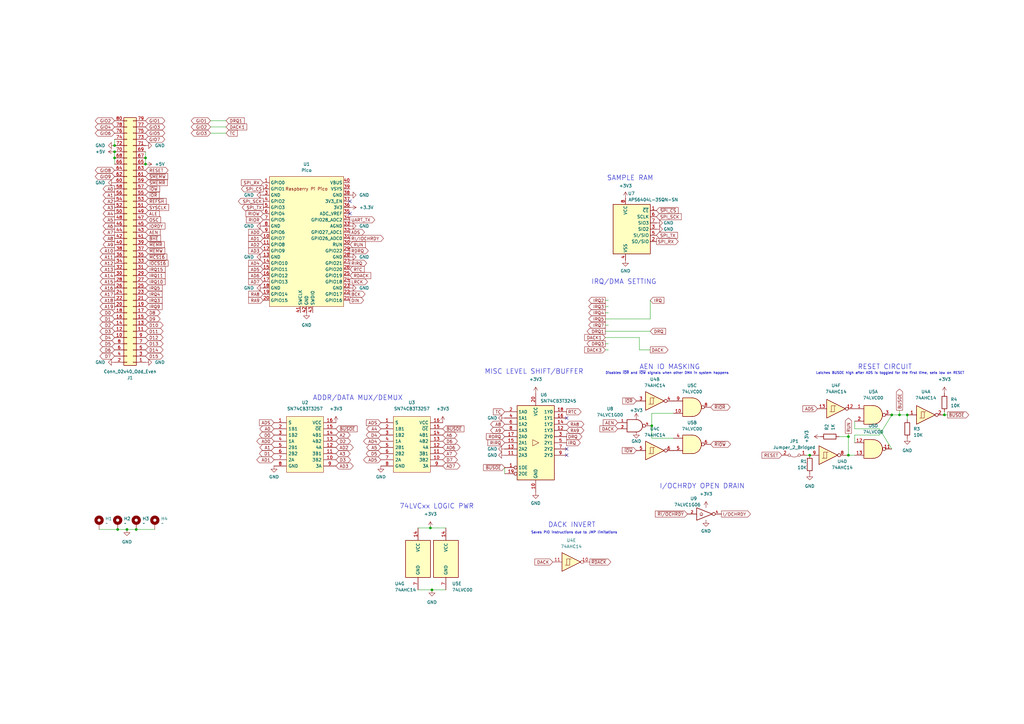
<source format=kicad_sch>
(kicad_sch (version 20231120) (generator "eeschema") (generator_version "8.0")
  (paper "A3")
  (junction (at 267.335 174.625))
  (junction (at 46.99 64.77))
  (junction (at 55.88 217.17))
  (junction (at 52.07 217.17))
  (junction (at 176.53 216.535))
  (junction (at 387.35 170.18))
  (junction (at 46.99 59.69))
  (junction (at 365.76 170.18))
  (junction (at 372.11 170.18))
  (junction (at 59.69 67.31))
  (junction (at 59.69 64.77))
  (junction (at 46.99 62.23))
  (junction (at 48.26 217.17))
  (junction (at 347.98 186.69))
  (junction (at 177.165 241.935))
  (junction (at 332.105 186.69))
  (junction (at 347.98 179.07))
  (junction (at 368.935 170.18))
  (no_connect (at 143.51 82.55))
  (no_connect (at 143.51 87.63))
  (no_connect (at 232.41 171.45))
  (no_connect (at 232.41 186.69))
  (no_connect (at 232.41 184.15))
  (wire (pts (xy 360.68 178.435) (xy 350.52 178.435)))
  (wire (pts (xy 266.7 130.81) (xy 266.7 123.19)))
  (wire (pts (xy 262.255 143.51) (xy 266.7 143.51)))
  (wire (pts (xy 52.07 217.17) (xy 55.88 217.17)))
  (wire (pts (xy 248.285 128.27) (xy 249.555 128.27)))
  (wire (pts (xy 248.285 140.97) (xy 249.555 140.97)))
  (wire (pts (xy 55.88 217.17) (xy 63.5 217.17)))
  (wire (pts (xy 248.285 130.81) (xy 266.7 130.81)))
  (wire (pts (xy 48.26 217.17) (xy 52.07 217.17)))
  (wire (pts (xy 248.285 143.51) (xy 249.555 143.51)))
  (wire (pts (xy 248.285 133.35) (xy 249.555 133.35)))
  (wire (pts (xy 46.99 57.15) (xy 46.99 59.69)))
  (wire (pts (xy 86.36 54.61) (xy 92.71 54.61)))
  (wire (pts (xy 262.255 138.43) (xy 262.255 143.51)))
  (wire (pts (xy 59.69 62.23) (xy 59.69 64.77)))
  (wire (pts (xy 248.285 138.43) (xy 262.255 138.43)))
  (wire (pts (xy 177.165 241.935) (xy 182.88 241.935)))
  (wire (pts (xy 40.64 217.17) (xy 48.26 217.17)))
  (wire (pts (xy 372.11 170.18) (xy 372.11 172.085)))
  (wire (pts (xy 86.36 52.07) (xy 92.71 52.07)))
  (wire (pts (xy 330.835 186.69) (xy 332.105 186.69)))
  (wire (pts (xy 350.52 178.435) (xy 350.52 181.61)))
  (wire (pts (xy 171.45 241.935) (xy 177.165 241.935)))
  (wire (pts (xy 372.11 170.18) (xy 372.745 170.18)))
  (wire (pts (xy 176.53 216.535) (xy 182.88 216.535)))
  (wire (pts (xy 86.36 49.53) (xy 92.71 49.53)))
  (wire (pts (xy 46.99 62.23) (xy 46.99 64.77)))
  (wire (pts (xy 344.17 179.07) (xy 347.98 179.07)))
  (wire (pts (xy 347.98 179.07) (xy 347.98 186.69)))
  (wire (pts (xy 267.335 179.705) (xy 276.225 179.705)))
  (wire (pts (xy 365.76 170.18) (xy 360.68 178.435)))
  (wire (pts (xy 248.285 135.89) (xy 266.7 135.89)))
  (wire (pts (xy 350.52 175.895) (xy 350.52 172.72)))
  (wire (pts (xy 248.285 125.73) (xy 249.555 125.73)))
  (wire (pts (xy 347.345 186.69) (xy 347.98 186.69)))
  (wire (pts (xy 267.335 174.625) (xy 267.335 179.705)))
  (wire (pts (xy 347.98 186.69) (xy 350.52 186.69)))
  (wire (pts (xy 207.01 191.77) (xy 207.01 194.31)))
  (wire (pts (xy 350.52 175.895) (xy 360.68 175.895)))
  (wire (pts (xy 347.98 177.8) (xy 347.98 179.07)))
  (wire (pts (xy 46.99 64.77) (xy 46.99 67.31)))
  (wire (pts (xy 360.68 175.895) (xy 365.76 184.15)))
  (wire (pts (xy 171.45 216.535) (xy 176.53 216.535)))
  (wire (pts (xy 248.285 123.19) (xy 249.555 123.19)))
  (wire (pts (xy 388.62 170.18) (xy 387.35 170.18)))
  (wire (pts (xy 368.935 168.275) (xy 368.935 170.18)))
  (wire (pts (xy 365.76 170.18) (xy 368.935 170.18)))
  (wire (pts (xy 276.225 169.545) (xy 267.335 169.545)))
  (wire (pts (xy 59.69 64.77) (xy 59.69 67.31)))
  (wire (pts (xy 267.335 169.545) (xy 267.335 174.625)))
  (wire (pts (xy 368.935 170.18) (xy 372.11 170.18)))
  (wire (pts (xy 387.35 168.91) (xy 387.35 170.18)))
  (text "I/OCHRDY OPEN DRAIN" (at 270.51 200.66 0) (effects (font (size 2 2)) (justify left bottom)))
  (text "Saves PIO instructions due to JMP limitations" (at 217.805 219.075 0) (effects (font (size 1 1)) (justify left bottom)))
  (text "SAMPLE RAM" (at 248.92 74.295 0) (effects (font (size 2 2)) (justify left bottom)))
  (text "ADDR/DATA MUX/DEMUX" (at 128.27 164.465 0) (effects (font (size 2 2)) (justify left bottom)))
  (text "74LVCxx LOGIC PWR" (at 163.83 208.915 0) (effects (font (size 2 2)) (justify left bottom)))
  (text "RESET CIRCUIT" (at 351.79 151.765 0) (effects (font (size 2 2)) (justify left bottom)))
  (text "AEN IO MASKING" (at 262.255 151.765 0) (effects (font (size 2 2)) (justify left bottom)))
  (text "IRQ/DMA SETTING" (at 242.57 116.84 0) (effects (font (size 2 2)) (justify left bottom)))
  (text "Disables ~{IOR} and ~{IOW} signals when other DMA in system happens" (at 248.285 153.67 0) (effects (font (size 1 1)) (justify left bottom)))
  (text "DACK INVERT" (at 224.79 216.535 0) (effects (font (size 2 2)) (justify left bottom)))
  (text "Latches BUSOE high after ADS is toggled for the first time, sets low on RESET" (at 334.645 153.67 0) (effects (font (size 1 1)) (justify left bottom)))
  (text "MISC LEVEL SHIFT/BUFFER" (at 198.755 153.67 0) (effects (font (size 2 2)) (justify left bottom)))
  (global_label "D5" (shape bidirectional) (at 156.21 186.055 180) (property "Intersheetrefs" "${INTERSHEET_REFS}" (effects (hide yes))))
  (global_label "ADS" (shape input) (at 335.28 167.64 180) (property "Intersheetrefs" "${INTERSHEET_REFS}" (effects (hide yes))))
  (global_label "~{RIOR}" (shape bidirectional) (at 291.465 167.005 0) (property "Intersheetrefs" "${INTERSHEET_REFS}" (effects (hide yes))))
  (global_label "IRQ11" (shape input) (at 59.69 113.03 0) (property "Intersheetrefs" "${INTERSHEET_REFS}" (effects (hide yes))))
  (global_label "~{IOR}" (shape input) (at 59.69 80.01 0) (property "Intersheetrefs" "${INTERSHEET_REFS}" (effects (hide yes))))
  (global_label "D7" (shape bidirectional) (at 46.99 146.05 180) (property "Intersheetrefs" "${INTERSHEET_REFS}" (effects (hide yes))))
  (global_label "D6" (shape bidirectional) (at 46.99 143.51 180) (property "Intersheetrefs" "${INTERSHEET_REFS}" (effects (hide yes))))
  (global_label "~{MEMW}" (shape input) (at 59.69 102.87 0) (property "Intersheetrefs" "${INTERSHEET_REFS}" (effects (hide yes))))
  (global_label "OSC" (shape input) (at 59.69 90.17 0) (property "Intersheetrefs" "${INTERSHEET_REFS}" (effects (hide yes))))
  (global_label "D0" (shape bidirectional) (at 46.99 128.27 180) (property "Intersheetrefs" "${INTERSHEET_REFS}" (effects (hide yes))))
  (global_label "DRQ1" (shape output) (at 248.285 135.89 180) (property "Intersheetrefs" "${INTERSHEET_REFS}" (effects (hide yes))))
  (global_label "AD7" (shape input) (at 107.95 115.57 180) (property "Intersheetrefs" "${INTERSHEET_REFS}" (effects (hide yes))))
  (global_label "RA9" (shape bidirectional) (at 232.41 176.53 0) (property "Intersheetrefs" "${INTERSHEET_REFS}" (effects (hide yes))))
  (global_label "D14" (shape bidirectional) (at 59.69 143.51 0) (property "Intersheetrefs" "${INTERSHEET_REFS}" (effects (hide yes))))
  (global_label "A14" (shape output) (at 46.99 113.03 180) (property "Intersheetrefs" "${INTERSHEET_REFS}" (effects (hide yes))))
  (global_label "~{BUSOE}" (shape input) (at 181.61 175.895 0) (property "Intersheetrefs" "${INTERSHEET_REFS}" (effects (hide yes))))
  (global_label "DRQ" (shape output) (at 232.41 179.07 0) (property "Intersheetrefs" "${INTERSHEET_REFS}" (effects (hide yes))))
  (global_label "D4" (shape bidirectional) (at 156.21 178.435 180) (property "Intersheetrefs" "${INTERSHEET_REFS}" (effects (hide yes))))
  (global_label "A0" (shape bidirectional) (at 112.395 175.895 180) (property "Intersheetrefs" "${INTERSHEET_REFS}" (effects (hide yes))))
  (global_label "TC" (shape input) (at 92.71 54.61 0) (property "Intersheetrefs" "${INTERSHEET_REFS}" (effects (hide yes))))
  (global_label "A7" (shape bidirectional) (at 181.61 186.055 0) (property "Intersheetrefs" "${INTERSHEET_REFS}" (effects (hide yes))))
  (global_label "~{IOR}" (shape input) (at 260.985 164.465 180) (property "Intersheetrefs" "${INTERSHEET_REFS}" (effects (hide yes))))
  (global_label "DACK1" (shape input) (at 92.71 52.07 0) (property "Intersheetrefs" "${INTERSHEET_REFS}" (effects (hide yes))))
  (global_label "A10" (shape output) (at 46.99 102.87 180) (property "Intersheetrefs" "${INTERSHEET_REFS}" (effects (hide yes))))
  (global_label "RDACK" (shape input) (at 143.51 113.03 0) (property "Intersheetrefs" "${INTERSHEET_REFS}" (effects (hide yes))))
  (global_label "~{BHE}" (shape input) (at 59.69 97.79 0) (property "Intersheetrefs" "${INTERSHEET_REFS}" (effects (hide yes))))
  (global_label "A0" (shape output) (at 46.99 77.47 180) (property "Intersheetrefs" "${INTERSHEET_REFS}" (effects (hide yes))))
  (global_label "D9" (shape bidirectional) (at 59.69 130.81 0) (property "Intersheetrefs" "${INTERSHEET_REFS}" (effects (hide yes))))
  (global_label "D2" (shape bidirectional) (at 137.795 180.975 0) (property "Intersheetrefs" "${INTERSHEET_REFS}" (effects (hide yes))))
  (global_label "DRQ1" (shape input) (at 92.71 49.53 0) (property "Intersheetrefs" "${INTERSHEET_REFS}" (effects (hide yes))))
  (global_label "DACK3" (shape input) (at 248.285 143.51 180) (property "Intersheetrefs" "${INTERSHEET_REFS}" (effects (hide yes))))
  (global_label "DACK1" (shape input) (at 248.285 138.43 180) (property "Intersheetrefs" "${INTERSHEET_REFS}" (effects (hide yes))))
  (global_label "GIO2" (shape bidirectional) (at 86.36 52.07 180) (property "Intersheetrefs" "${INTERSHEET_REFS}" (effects (hide yes))))
  (global_label "~{SPI_CS}" (shape input) (at 269.24 86.36 0) (property "Intersheetrefs" "${INTERSHEET_REFS}" (effects (hide yes))))
  (global_label "ADS" (shape output) (at 143.51 95.25 0) (property "Intersheetrefs" "${INTERSHEET_REFS}" (effects (hide yes))))
  (global_label "RIRQ" (shape input) (at 207.01 181.61 180) (property "Intersheetrefs" "${INTERSHEET_REFS}" (effects (hide yes))))
  (global_label "AD0" (shape input) (at 107.95 95.25 180) (property "Intersheetrefs" "${INTERSHEET_REFS}" (effects (hide yes))))
  (global_label "A2" (shape bidirectional) (at 137.795 178.435 0) (property "Intersheetrefs" "${INTERSHEET_REFS}" (effects (hide yes))))
  (global_label "D6" (shape bidirectional) (at 181.61 180.975 0) (property "Intersheetrefs" "${INTERSHEET_REFS}" (effects (hide yes))))
  (global_label "RTC" (shape output) (at 232.41 168.91 0) (property "Intersheetrefs" "${INTERSHEET_REFS}" (effects (hide yes))))
  (global_label "D3" (shape bidirectional) (at 137.795 188.595 0) (property "Intersheetrefs" "${INTERSHEET_REFS}" (effects (hide yes))))
  (global_label "SPI_CS" (shape output) (at 107.95 77.47 180) (property "Intersheetrefs" "${INTERSHEET_REFS}" (effects (hide yes))))
  (global_label "GIO3" (shape bidirectional) (at 86.36 54.61 180) (property "Intersheetrefs" "${INTERSHEET_REFS}" (effects (hide yes))))
  (global_label "AD1" (shape bidirectional) (at 112.395 188.595 180) (property "Intersheetrefs" "${INTERSHEET_REFS}" (effects (hide yes))))
  (global_label "A9" (shape bidirectional) (at 207.01 176.53 180) (property "Intersheetrefs" "${INTERSHEET_REFS}" (effects (hide yes))))
  (global_label "A8" (shape output) (at 46.99 97.79 180) (property "Intersheetrefs" "${INTERSHEET_REFS}" (effects (hide yes))))
  (global_label "AD3" (shape input) (at 107.95 102.87 180) (property "Intersheetrefs" "${INTERSHEET_REFS}" (effects (hide yes))))
  (global_label "~{MEMR}" (shape input) (at 59.69 100.33 0) (property "Intersheetrefs" "${INTERSHEET_REFS}" (effects (hide yes))))
  (global_label "SYSCLK" (shape input) (at 59.69 85.09 0) (property "Intersheetrefs" "${INTERSHEET_REFS}" (effects (hide yes))))
  (global_label "A6" (shape bidirectional) (at 181.61 178.435 0) (property "Intersheetrefs" "${INTERSHEET_REFS}" (effects (hide yes))))
  (global_label "A3" (shape output) (at 46.99 85.09 180) (property "Intersheetrefs" "${INTERSHEET_REFS}" (effects (hide yes))))
  (global_label "ADS" (shape input) (at 112.395 173.355 180) (property "Intersheetrefs" "${INTERSHEET_REFS}" (effects (hide yes))))
  (global_label "RA9" (shape input) (at 107.95 123.19 180) (property "Intersheetrefs" "${INTERSHEET_REFS}" (effects (hide yes))))
  (global_label "IRQ5" (shape output) (at 248.285 130.81 180) (property "Intersheetrefs" "${INTERSHEET_REFS}" (effects (hide yes))))
  (global_label "SPI_TX" (shape output) (at 107.95 85.09 180) (property "Intersheetrefs" "${INTERSHEET_REFS}" (effects (hide yes))))
  (global_label "AD6" (shape bidirectional) (at 181.61 183.515 0) (property "Intersheetrefs" "${INTERSHEET_REFS}" (effects (hide yes))))
  (global_label "UART_TX" (shape output) (at 143.51 90.17 0) (property "Intersheetrefs" "${INTERSHEET_REFS}" (effects (hide yes))))
  (global_label "A15" (shape output) (at 46.99 115.57 180) (property "Intersheetrefs" "${INTERSHEET_REFS}" (effects (hide yes))))
  (global_label "DRQ" (shape input) (at 266.7 135.89 0) (property "Intersheetrefs" "${INTERSHEET_REFS}" (effects (hide yes))))
  (global_label "IRQ3" (shape output) (at 248.285 125.73 180) (property "Intersheetrefs" "${INTERSHEET_REFS}" (effects (hide yes))))
  (global_label "IRQ4" (shape output) (at 248.285 128.27 180) (property "Intersheetrefs" "${INTERSHEET_REFS}" (effects (hide yes))))
  (global_label "A4" (shape bidirectional) (at 156.21 175.895 180) (property "Intersheetrefs" "${INTERSHEET_REFS}" (effects (hide yes))))
  (global_label "RI{slash}IOCHRDY" (shape output) (at 143.51 97.79 0) (property "Intersheetrefs" "${INTERSHEET_REFS}" (effects (hide yes))))
  (global_label "A1" (shape bidirectional) (at 112.395 183.515 180) (property "Intersheetrefs" "${INTERSHEET_REFS}" (effects (hide yes))))
  (global_label "A18" (shape output) (at 46.99 123.19 180) (property "Intersheetrefs" "${INTERSHEET_REFS}" (effects (hide yes))))
  (global_label "D12" (shape bidirectional) (at 59.69 138.43 0) (property "Intersheetrefs" "${INTERSHEET_REFS}" (effects (hide yes))))
  (global_label "RA8" (shape bidirectional) (at 232.41 173.99 0) (property "Intersheetrefs" "${INTERSHEET_REFS}" (effects (hide yes))))
  (global_label "AD2" (shape bidirectional) (at 137.795 183.515 0) (property "Intersheetrefs" "${INTERSHEET_REFS}" (effects (hide yes))))
  (global_label "GIO4" (shape bidirectional) (at 46.99 52.07 180) (property "Intersheetrefs" "${INTERSHEET_REFS}" (effects (hide yes))))
  (global_label "I{slash}OCHRDY" (shape output) (at 295.91 210.82 0) (property "Intersheetrefs" "${INTERSHEET_REFS}" (effects (hide yes))))
  (global_label "RESET" (shape input) (at 320.675 186.69 180) (property "Intersheetrefs" "${INTERSHEET_REFS}" (effects (hide yes))))
  (global_label "GIO7" (shape bidirectional) (at 59.69 57.15 0) (property "Intersheetrefs" "${INTERSHEET_REFS}" (effects (hide yes))))
  (global_label "A3" (shape bidirectional) (at 137.795 186.055 0) (property "Intersheetrefs" "${INTERSHEET_REFS}" (effects (hide yes))))
  (global_label "SPI_TX" (shape input) (at 269.24 96.52 0) (property "Intersheetrefs" "${INTERSHEET_REFS}" (effects (hide yes))))
  (global_label "A7" (shape output) (at 46.99 95.25 180) (property "Intersheetrefs" "${INTERSHEET_REFS}" (effects (hide yes))))
  (global_label "A13" (shape output) (at 46.99 110.49 180) (property "Intersheetrefs" "${INTERSHEET_REFS}" (effects (hide yes))))
  (global_label "GIO9" (shape bidirectional) (at 46.99 72.39 180) (property "Intersheetrefs" "${INTERSHEET_REFS}" (effects (hide yes))))
  (global_label "A8" (shape bidirectional) (at 207.01 173.99 180) (property "Intersheetrefs" "${INTERSHEET_REFS}" (effects (hide yes))))
  (global_label "BUSOE" (shape output) (at 368.935 168.275 90) (property "Intersheetrefs" "${INTERSHEET_REFS}" (effects (hide yes))))
  (global_label "D10" (shape bidirectional) (at 59.69 133.35 0) (property "Intersheetrefs" "${INTERSHEET_REFS}" (effects (hide yes))))
  (global_label "IRQ4" (shape input) (at 59.69 120.65 0) (property "Intersheetrefs" "${INTERSHEET_REFS}" (effects (hide yes))))
  (global_label "RESET" (shape bidirectional) (at 59.69 69.85 0) (property "Intersheetrefs" "${INTERSHEET_REFS}" (effects (hide yes))))
  (global_label "AD6" (shape input) (at 107.95 113.03 180) (property "Intersheetrefs" "${INTERSHEET_REFS}" (effects (hide yes))))
  (global_label "D1" (shape bidirectional) (at 46.99 130.81 180) (property "Intersheetrefs" "${INTERSHEET_REFS}" (effects (hide yes))))
  (global_label "IRQ3" (shape input) (at 59.69 123.19 0) (property "Intersheetrefs" "${INTERSHEET_REFS}" (effects (hide yes))))
  (global_label "D11" (shape bidirectional) (at 59.69 135.89 0) (property "Intersheetrefs" "${INTERSHEET_REFS}" (effects (hide yes))))
  (global_label "D1" (shape bidirectional) (at 112.395 186.055 180) (property "Intersheetrefs" "${INTERSHEET_REFS}" (effects (hide yes))))
  (global_label "RIOR" (shape input) (at 107.95 90.17 180) (property "Intersheetrefs" "${INTERSHEET_REFS}" (effects (hide yes))))
  (global_label "RDRQ" (shape input) (at 207.01 179.07 180) (property "Intersheetrefs" "${INTERSHEET_REFS}" (effects (hide yes))))
  (global_label "IRQ10" (shape input) (at 59.69 115.57 0) (property "Intersheetrefs" "${INTERSHEET_REFS}" (effects (hide yes))))
  (global_label "D8" (shape bidirectional) (at 59.69 128.27 0) (property "Intersheetrefs" "${INTERSHEET_REFS}" (effects (hide yes))))
  (global_label "AD3" (shape bidirectional) (at 137.795 191.135 0) (property "Intersheetrefs" "${INTERSHEET_REFS}" (effects (hide yes))))
  (global_label "AD2" (shape input) (at 107.95 100.33 180) (property "Intersheetrefs" "${INTERSHEET_REFS}" (effects (hide yes))))
  (global_label "IRQ" (shape input) (at 266.7 123.19 0) (property "Intersheetrefs" "${INTERSHEET_REFS}" (effects (hide yes))))
  (global_label "ALE" (shape input) (at 59.69 87.63 0) (property "Intersheetrefs" "${INTERSHEET_REFS}" (effects (hide yes))))
  (global_label "AEN" (shape input) (at 59.69 95.25 0) (property "Intersheetrefs" "${INTERSHEET_REFS}" (effects (hide yes))))
  (global_label "RUN" (shape input) (at 143.51 100.33 0) (property "Intersheetrefs" "${INTERSHEET_REFS}" (effects (hide yes))))
  (global_label "LRCK" (shape output) (at 143.51 115.57 0) (property "Intersheetrefs" "${INTERSHEET_REFS}" (effects (hide yes))))
  (global_label "A5" (shape bidirectional) (at 156.21 183.515 180) (property "Intersheetrefs" "${INTERSHEET_REFS}" (effects (hide yes))))
  (global_label "~{BUSOE}" (shape output) (at 388.62 170.18 0) (property "Intersheetrefs" "${INTERSHEET_REFS}" (effects (hide yes))))
  (global_label "RA8" (shape input) (at 107.95 120.65 180) (property "Intersheetrefs" "${INTERSHEET_REFS}" (effects (hide yes))))
  (global_label "SPI_SCK" (shape input) (at 269.24 88.9 0) (property "Intersheetrefs" "${INTERSHEET_REFS}" (effects (hide yes))))
  (global_label "RUN" (shape output) (at 347.98 177.8 90) (property "Intersheetrefs" "${INTERSHEET_REFS}" (effects (hide yes))))
  (global_label "AD5" (shape bidirectional) (at 156.21 188.595 180) (property "Intersheetrefs" "${INTERSHEET_REFS}" (effects (hide yes))))
  (global_label "RIOW" (shape input) (at 107.95 87.63 180) (property "Intersheetrefs" "${INTERSHEET_REFS}" (effects (hide yes))))
  (global_label "DACK" (shape input) (at 253.365 175.895 180) (property "Intersheetrefs" "${INTERSHEET_REFS}" (effects (hide yes))))
  (global_label "IRQ15" (shape input) (at 59.69 110.49 0) (property "Intersheetrefs" "${INTERSHEET_REFS}" (effects (hide yes))))
  (global_label "A9" (shape output) (at 46.99 100.33 180) (property "Intersheetrefs" "${INTERSHEET_REFS}" (effects (hide yes))))
  (global_label "AD0" (shape bidirectional) (at 112.395 180.975 180) (property "Intersheetrefs" "${INTERSHEET_REFS}" (effects (hide yes))))
  (global_label "~{IOW}" (shape input) (at 59.69 77.47 0) (property "Intersheetrefs" "${INTERSHEET_REFS}" (effects (hide yes))))
  (global_label "A12" (shape output) (at 46.99 107.95 180) (property "Intersheetrefs" "${INTERSHEET_REFS}" (effects (hide yes))))
  (global_label "D15" (shape bidirectional) (at 59.69 146.05 0) (property "Intersheetrefs" "${INTERSHEET_REFS}" (effects (hide yes))))
  (global_label "GIO6" (shape bidirectional) (at 46.99 54.61 180) (property "Intersheetrefs" "${INTERSHEET_REFS}" (effects (hide yes))))
  (global_label "SPI_RX" (shape input) (at 107.95 74.93 180) (property "Intersheetrefs" "${INTERSHEET_REFS}" (effects (hide yes))))
  (global_label "~{BUSOE}" (shape input) (at 137.795 175.895 0) (property "Intersheetrefs" "${INTERSHEET_REFS}" (effects (hide yes))))
  (global_label "A17" (shape output) (at 46.99 120.65 180) (property "Intersheetrefs" "${INTERSHEET_REFS}" (effects (hide yes))))
  (global_label "~{IOW}" (shape input) (at 260.985 184.785 180) (property "Intersheetrefs" "${INTERSHEET_REFS}" (effects (hide yes))))
  (global_label "D5" (shape bidirectional) (at 46.99 140.97 180) (property "Intersheetrefs" "${INTERSHEET_REFS}" (effects (hide yes))))
  (global_label "SPI_RX" (shape output) (at 269.24 99.06 0) (property "Intersheetrefs" "${INTERSHEET_REFS}" (effects (hide yes))))
  (global_label "A1" (shape output) (at 46.99 80.01 180) (property "Intersheetrefs" "${INTERSHEET_REFS}" (effects (hide yes))))
  (global_label "DACK" (shape input) (at 226.695 230.505 180) (property "Intersheetrefs" "${INTERSHEET_REFS}" (effects (hide yes))))
  (global_label "DIN" (shape output) (at 143.51 123.19 0) (property "Intersheetrefs" "${INTERSHEET_REFS}" (effects (hide yes))))
  (global_label "A2" (shape output) (at 46.99 82.55 180) (property "Intersheetrefs" "${INTERSHEET_REFS}" (effects (hide yes))))
  (global_label "D2" (shape bidirectional) (at 46.99 133.35 180) (property "Intersheetrefs" "${INTERSHEET_REFS}" (effects (hide yes))))
  (global_label "A11" (shape output) (at 46.99 105.41 180) (property "Intersheetrefs" "${INTERSHEET_REFS}" (effects (hide yes))))
  (global_label "AD1" (shape input) (at 107.95 97.79 180) (property "Intersheetrefs" "${INTERSHEET_REFS}" (effects (hide yes))))
  (global_label "~{REFSH}" (shape input) (at 59.69 82.55 0) (property "Intersheetrefs" "${INTERSHEET_REFS}" (effects (hide yes))))
  (global_label "IRQ7" (shape output) (at 248.285 133.35 180) (property "Intersheetrefs" "${INTERSHEET_REFS}" (effects (hide yes))))
  (global_label "D4" (shape bidirectional) (at 46.99 138.43 180) (property "Intersheetrefs" "${INTERSHEET_REFS}" (effects (hide yes))))
  (global_label "AD4" (shape input) (at 107.95 107.95 180) (property "Intersheetrefs" "${INTERSHEET_REFS}" (effects (hide yes))))
  (global_label "AD7" (shape bidirectional) (at 181.61 191.135 0) (property "Intersheetrefs" "${INTERSHEET_REFS}" (effects (hide yes))))
  (global_label "GIO1" (shape bidirectional) (at 59.69 49.53 0) (property "Intersheetrefs" "${INTERSHEET_REFS}" (effects (hide yes))))
  (global_label "D3" (shape bidirectional) (at 46.99 135.89 180) (property "Intersheetrefs" "${INTERSHEET_REFS}" (effects (hide yes))))
  (global_label "AD4" (shape bidirectional) (at 156.21 180.975 180) (property "Intersheetrefs" "${INTERSHEET_REFS}" (effects (hide yes))))
  (global_label "A16" (shape output) (at 46.99 118.11 180) (property "Intersheetrefs" "${INTERSHEET_REFS}" (effects (hide yes))))
  (global_label "RDRQ" (shape output) (at 143.51 102.87 0) (property "Intersheetrefs" "${INTERSHEET_REFS}" (effects (hide yes))))
  (global_label "D13" (shape bidirectional) (at 59.69 140.97 0) (property "Intersheetrefs" "${INTERSHEET_REFS}" (effects (hide yes))))
  (global_label "DACK" (shape output) (at 266.7 143.51 0) (property "Intersheetrefs" "${INTERSHEET_REFS}" (effects (hide yes))))
  (global_label "~{RDACK}" (shape output) (at 241.935 230.505 0) (property "Intersheetrefs" "${INTERSHEET_REFS}" (effects (hide yes))))
  (global_label "~{MCS16}" (shape input) (at 59.69 105.41 0) (property "Intersheetrefs" "${INTERSHEET_REFS}" (effects (hide yes))))
  (global_label "IRQ" (shape output) (at 232.41 181.61 0) (property "Intersheetrefs" "${INTERSHEET_REFS}" (effects (hide yes))))
  (global_label "AEN" (shape input) (at 253.365 173.355 180) (property "Intersheetrefs" "${INTERSHEET_REFS}" (effects (hide yes))))
  (global_label "~{SMEMW}" (shape input) (at 59.69 72.39 0) (property "Intersheetrefs" "${INTERSHEET_REFS}" (effects (hide yes))))
  (global_label "A5" (shape output) (at 46.99 90.17 180) (property "Intersheetrefs" "${INTERSHEET_REFS}" (effects (hide yes))))
  (global_label "GIO3" (shape bidirectional) (at 59.69 52.07 0) (property "Intersheetrefs" "${INTERSHEET_REFS}" (effects (hide yes))))
  (global_label "GIO1" (shape bidirectional) (at 86.36 49.53 180) (property "Intersheetrefs" "${INTERSHEET_REFS}" (effects (hide yes))))
  (global_label "RIRQ" (shape output) (at 143.51 107.95 0) (property "Intersheetrefs" "${INTERSHEET_REFS}" (effects (hide yes))))
  (global_label "~{BUSOE}" (shape input) (at 207.01 191.77 180) (property "Intersheetrefs" "${INTERSHEET_REFS}" (effects (hide yes))))
  (global_label "AD5" (shape input) (at 107.95 110.49 180) (property "Intersheetrefs" "${INTERSHEET_REFS}" (effects (hide yes))))
  (global_label "IRQ5" (shape input) (at 59.69 118.11 0) (property "Intersheetrefs" "${INTERSHEET_REFS}" (effects (hide yes))))
  (global_label "D0" (shape bidirectional) (at 112.395 178.435 180) (property "Intersheetrefs" "${INTERSHEET_REFS}" (effects (hide yes))))
  (global_label "SPI_SCK" (shape output) (at 107.95 82.55 180) (property "Intersheetrefs" "${INTERSHEET_REFS}" (effects (hide yes))))
  (global_label "~{IOCS16}" (shape input) (at 59.69 107.95 0) (property "Intersheetrefs" "${INTERSHEET_REFS}" (effects (hide yes))))
  (global_label "IRQ9" (shape input) (at 59.69 125.73 0) (property "Intersheetrefs" "${INTERSHEET_REFS}" (effects (hide yes))))
  (global_label "BCK" (shape output) (at 143.51 120.65 0) (property "Intersheetrefs" "${INTERSHEET_REFS}" (effects (hide yes))))
  (global_label "GIO5" (shape bidirectional) (at 59.69 54.61 0) (property "Intersheetrefs" "${INTERSHEET_REFS}" (effects (hide yes))))
  (global_label "GIO2" (shape bidirectional) (at 46.99 49.53 180) (property "Intersheetrefs" "${INTERSHEET_REFS}" (effects (hide yes))))
  (global_label "TC" (shape input) (at 207.01 168.91 180) (property "Intersheetrefs" "${INTERSHEET_REFS}" (effects (hide yes))))
  (global_label "IRQ2" (shape output) (at 248.285 123.19 180) (property "Intersheetrefs" "${INTERSHEET_REFS}" (effects (hide yes))))
  (global_label "~{RI{slash}OCHRDY}" (shape input) (at 281.94 210.82 180) (property "Intersheetrefs" "${INTERSHEET_REFS}" (effects (hide yes))))
  (global_label "DRQ3" (shape output) (at 248.285 140.97 180) (property "Intersheetrefs" "${INTERSHEET_REFS}" (effects (hide yes))))
  (global_label "A19" (shape output) (at 46.99 125.73 180) (property "Intersheetrefs" "${INTERSHEET_REFS}" (effects (hide yes))))
  (global_label "A6" (shape output) (at 46.99 92.71 180) (property "Intersheetrefs" "${INTERSHEET_REFS}" (effects (hide yes))))
  (global_label "~{SMEMR}" (shape input) (at 59.69 74.93 0) (property "Intersheetrefs" "${INTERSHEET_REFS}" (effects (hide yes))))
  (global_label "A4" (shape output) (at 46.99 87.63 180) (property "Intersheetrefs" "${INTERSHEET_REFS}" (effects (hide yes))))
  (global_label "D7" (shape bidirectional) (at 181.61 188.595 0) (property "Intersheetrefs" "${INTERSHEET_REFS}" (effects (hide yes))))
  (global_label "~{RIOW}" (shape bidirectional) (at 291.465 182.245 0) (property "Intersheetrefs" "${INTERSHEET_REFS}" (effects (hide yes))))
  (global_label "ADS" (shape input) (at 156.21 173.355 180) (property "Intersheetrefs" "${INTERSHEET_REFS}" (effects (hide yes))))
  (global_label "RTC" (shape input) (at 143.51 110.49 0) (property "Intersheetrefs" "${INTERSHEET_REFS}" (effects (hide yes))))
  (global_label "GIO8" (shape bidirectional) (at 46.99 69.85 180) (property "Intersheetrefs" "${INTERSHEET_REFS}" (effects (hide yes))))
  (global_label "IORDY" (shape input) (at 59.69 92.71 0) (property "Intersheetrefs" "${INTERSHEET_REFS}" (effects (hide yes))))
  (symbol (lib_id "74xx:74LS00") (at 182.88 229.235 0) (unit 5)
    (property "Reference" "U5" (at 185.42 239.395 0) (effects (justify left)))
    (property "Value" "74LVC00" (at 185.42 241.935 0) (effects (justify left)))
    (property "Footprint" "Package_SO:TSSOP-14_4.4x5mm_P0.65mm" (effects (hide yes)))
    (property "Datasheet" "http://www.ti.com/lit/gpn/sn74lvc00a" (effects (hide yes)))
  )
  (symbol (lib_id "74xx:74LS14") (at 342.9 167.64 0) (unit 6)
    (property "Reference" "U4" (at 342.9 158.115 0))
    (property "Value" "74AHC14" (at 342.9 160.655 0))
    (property "Footprint" "Package_SO:TSSOP-14_4.4x5mm_P0.65mm" (effects (hide yes)))
    (property "Datasheet" "https://www.ti.com/product/SN74AHC14" (effects (hide yes)))
  )
  (symbol (lib_id "power:GND") (at 269.24 93.98 90) (unit 1)
    (property "Reference" "#PWR018" (effects (hide yes)))
    (property "Value" "GND" (at 276.225 93.98 90) (effects (justify left)))
  )
  (symbol (lib_id "power:GND") (at 107.95 105.41 270) (unit 1)
    (property "Reference" "#PWR034" (effects (hide yes)))
    (property "Value" "GND" (at 104.14 105.4099 90) (effects (justify right)))
    (property "Description" "Power symbol creates a global label with name \"GND\" , ground" (effects (hide yes)))
  )
  (symbol (lib_id "power:+3.3V") (at 289.56 208.28 0) (unit 1)
    (property "Reference" "#PWR019" (effects (hide yes)))
    (property "Value" "+3V3" (at 289.56 202.565 0))
  )
  (symbol (lib_id "power:GND") (at 125.73 128.27 0) (unit 1)
    (property "Reference" "#PWR036" (effects (hide yes)))
    (property "Value" "GND" (at 125.73 133.35 0))
    (property "Description" "Power symbol creates a global label with name \"GND\" , ground" (effects (hide yes)))
  )
  (symbol (lib_id "74xx:74LS14") (at 379.73 170.18 0) (unit 1)
    (property "Reference" "U4" (at 379.73 160.655 0))
    (property "Value" "74AHC14" (at 379.73 163.195 0))
    (property "Footprint" "Package_SO:TSSOP-14_4.4x5mm_P0.65mm" (effects (hide yes)))
    (property "Datasheet" "https://www.ti.com/product/SN74AHC14" (effects (hide yes)))
  )
  (symbol (lib_id "74xx:74LS14") (at 339.725 186.69 0) (unit 4)
    (property "Reference" "U4" (at 345.44 189.23 0))
    (property "Value" "74AHC14" (at 345.44 191.77 0))
    (property "Footprint" "Package_SO:TSSOP-14_4.4x5mm_P0.65mm" (effects (hide yes)))
    (property "Datasheet" "https://www.ti.com/product/SN74AHC14" (effects (hide yes)))
  )
  (symbol (lib_id "power:GND") (at 107.95 92.71 270) (unit 1)
    (property "Reference" "#PWR033" (effects (hide yes)))
    (property "Value" "GND" (at 104.14 92.7099 90) (effects (justify right)))
    (property "Description" "Power symbol creates a global label with name \"GND\" , ground" (effects (hide yes)))
  )
  (symbol (lib_id "Memory_RAM:ESP-PSRAM32") (at 259.08 93.98 0) (unit 1)
    (property "Reference" "U7" (at 260.35 79.375 0) (effects (justify right)))
    (property "Value" "APS6404L-3SQN-SN" (at 278.13 81.915 0) (effects (justify right)))
    (property "Footprint" "Package_SO:SOIC-8_3.9x4.9mm_P1.27mm" (effects (hide yes)))
    (property "Datasheet" "https://www.espressif.com/sites/default/files/documentation/esp-psram32_datasheet_en.pdf" (effects (hide yes)))
  )
  (symbol (lib_id "power:GND") (at 107.95 118.11 270) (unit 1)
    (property "Reference" "#PWR035" (effects (hide yes)))
    (property "Value" "GND" (at 104.14 118.1099 90) (effects (justify right)))
    (property "Description" "Power symbol creates a global label with name \"GND\" , ground" (effects (hide yes)))
  )
  (symbol (lib_id "Mechanical:MountingHole_Pad") (at 63.5 214.63 0) (unit 1)
    (property "Reference" "H4" (at 66.04 212.7249 0) (effects (justify left)))
    (property "Value" "~" (at 66.04 214.63 0) (effects (justify left)))
    (property "Footprint" "MountingHole:MountingHole_2.2mm_M2_Pad" (effects (hide yes)))
    (property "Description" "Mounting Hole with connection" (effects (hide yes)))
  )
  (symbol (lib_id "power:GND") (at 107.95 80.01 270) (unit 1)
    (property "Reference" "#PWR032" (effects (hide yes)))
    (property "Value" "GND" (at 104.14 80.0099 90) (effects (justify right)))
    (property "Description" "Power symbol creates a global label with name \"GND\" , ground" (effects (hide yes)))
  )
  (symbol (lib_id "power:GND") (at 219.71 201.93 0) (unit 1)
    (property "Reference" "#PWR012" (effects (hide yes)))
    (property "Value" "GND" (at 219.71 206.375 0))
  )
  (symbol (lib_id "Mechanical:MountingHole_Pad") (at 55.88 214.63 0) (unit 1)
    (property "Reference" "H3" (at 58.42 212.7249 0) (effects (justify left)))
    (property "Value" "~" (at 58.42 214.63 0) (effects (justify left)))
    (property "Footprint" "MountingHole:MountingHole_2.2mm_M2_Pad" (effects (hide yes)))
    (property "Description" "Mounting Hole with connection" (effects (hide yes)))
  )
  (symbol (lib_id "74xx:74LS00") (at 283.845 182.245 0) (unit 2)
    (property "Reference" "U5" (at 283.845 173.355 0))
    (property "Value" "74LVC00" (at 283.845 175.895 0))
    (property "Footprint" "Package_SO:TSSOP-14_4.4x5mm_P0.65mm" (effects (hide yes)))
    (property "Datasheet" "http://www.ti.com/lit/gpn/sn74lvc00a" (effects (hide yes)))
  )
  (symbol (lib_id "power:+3.3V") (at 260.985 172.085 0) (unit 1)
    (property "Reference" "#PWR015" (effects (hide yes)))
    (property "Value" "+3V3" (at 260.985 168.275 0))
  )
  (symbol (lib_id "PiGUS library:Pico") (at 125.73 99.06 0) (unit 1)
    (property "Reference" "U1" (at 125.73 67.31 0))
    (property "Value" "Pico" (at 125.73 69.85 0))
    (property "Footprint" "PiGUS library:RPi_Pico_SMD_TH" (effects (hide yes)))
  )
  (symbol (lib_id "74xx:74LS00") (at 358.14 184.15 0) (unit 4)
    (property "Reference" "U5" (at 358.14 174.625 0))
    (property "Value" "74LVC00" (at 358.14 177.165 0))
    (property "Footprint" "Package_SO:TSSOP-14_4.4x5mm_P0.65mm" (effects (hide yes)))
    (property "Datasheet" "http://www.ti.com/lit/gpn/sn74lvc00a" (effects (hide yes)))
  )
  (symbol (lib_name "74FST3257DR2G_1") (lib_id "PiGUS library:74FST3257DR2G") (at 112.395 173.355 0) (unit 1)
    (property "Reference" "U2" (at 125.095 165.1 0))
    (property "Value" "SN74CB3T3257" (at 125.095 167.64 0))
    (property "Footprint" "Package_SO:TSSOP-16_4.4x5mm_P0.65mm" (effects (hide yes)))
    (property "Datasheet" "https://componentsearchengine.com/Datasheets/2/74FST3257DR2G.pdf" (effects (hide yes)))
    (property "Description" "74FST3257DR2G, LOG QUAD 2:1 MULTIPLEXER ON Semiconductor 74FST3257DR2G, Multiplexer Switch IC Quad 2:1 Demultiplexer, 4  5.5 V, 16-Pin SOIC" (effects (hide yes)))
    (property "Height" "1.75" (effects (hide yes)))
    (property "Manufacturer_Name" "onsemi" (effects (hide yes)))
    (property "Manufacturer_Part_Number" "74FST3257DR2G" (effects (hide yes)))
    (property "Mouser Part Number" "863-74FST3257DR2G" (effects (hide yes)))
    (property "Mouser Price/Stock" "https://www.mouser.co.uk/ProductDetail/onsemi/74FST3257DR2G?qs=OSf9jACorvaK4JqsHVrhPw%3D%3D" (effects (hide yes)))
    (property "Arrow Part Number" "74FST3257DR2G" (effects (hide yes)))
    (property "Arrow Price/Stock" "https://www.arrow.com/en/products/74fst3257dr2g/on-semiconductor?region=nac" (effects (hide yes)))
  )
  (symbol (lib_id "power:GND") (at 143.51 118.11 90) (unit 1)
    (property "Reference" "#PWR037" (effects (hide yes)))
    (property "Value" "GND" (at 147.32 118.1099 90) (effects (justify right)))
    (property "Description" "Power symbol creates a global label with name \"GND\" , ground" (effects (hide yes)))
  )
  (symbol (lib_id "power:GND") (at 207.01 186.69 270) (unit 1)
    (property "Reference" "#PWR010" (effects (hide yes)))
    (property "Value" "GND" (at 201.93 186.69 90))
  )
  (symbol (lib_id "power:GND") (at 269.24 91.44 90) (unit 1)
    (property "Reference" "#PWR017" (effects (hide yes)))
    (property "Value" "GND" (at 276.225 91.44 90) (effects (justify left)))
  )
  (symbol (lib_id "PiGUS library:74FST3257DR2G") (at 156.21 173.355 0) (unit 1)
    (property "Reference" "U3" (at 168.91 165.1 0))
    (property "Value" "SN74CB3T3257" (at 168.91 167.64 0))
    (property "Footprint" "Package_SO:TSSOP-16_4.4x5mm_P0.65mm" (effects (hide yes)))
    (property "Datasheet" "https://componentsearchengine.com/Datasheets/2/74FST3257DR2G.pdf" (effects (hide yes)))
    (property "Description" "74FST3257DR2G, LOG QUAD 2:1 MULTIPLEXER ON Semiconductor 74FST3257DR2G, Multiplexer Switch IC Quad 2:1 Demultiplexer, 4  5.5 V, 16-Pin SOIC" (effects (hide yes)))
    (property "Height" "1.75" (effects (hide yes)))
    (property "Manufacturer_Name" "onsemi" (effects (hide yes)))
    (property "Manufacturer_Part_Number" "74FST3257DR2G" (effects (hide yes)))
    (property "Mouser Part Number" "863-74FST3257DR2G" (effects (hide yes)))
    (property "Mouser Price/Stock" "https://www.mouser.co.uk/ProductDetail/onsemi/74FST3257DR2G?qs=OSf9jACorvaK4JqsHVrhPw%3D%3D" (effects (hide yes)))
    (property "Arrow Part Number" "74FST3257DR2G" (effects (hide yes)))
    (property "Arrow Price/Stock" "https://www.arrow.com/en/products/74fst3257dr2g/on-semiconductor?region=nac" (effects (hide yes)))
  )
  (symbol (lib_id "power:+3.3V") (at 256.54 81.28 0) (unit 1)
    (property "Reference" "#PWR013" (effects (hide yes)))
    (property "Value" "+3V3" (at 256.54 76.2 0))
  )
  (symbol (lib_id "power:GND") (at 289.56 213.36 0) (unit 1)
    (property "Reference" "#PWR020" (effects (hide yes)))
    (property "Value" "GND" (at 289.56 217.805 0))
  )
  (symbol (lib_id "74xx:74LS00") (at 283.845 167.005 0) (unit 3)
    (property "Reference" "U5" (at 283.845 158.115 0))
    (property "Value" "74LVC00" (at 283.845 160.655 0))
    (property "Footprint" "Package_SO:TSSOP-14_4.4x5mm_P0.65mm" (effects (hide yes)))
    (property "Datasheet" "http://www.ti.com/lit/gpn/sn74lvc00a" (effects (hide yes)))
  )
  (symbol (lib_name "+3.3V_1") (lib_id "power:+3.3V") (at 143.51 85.09 270) (unit 1)
    (property "Reference" "#PWR041" (effects (hide yes)))
    (property "Value" "+3.3V" (at 147.32 85.0899 90) (effects (justify left)))
    (property "Description" "Power symbol creates a global label with name \"+3.3V\"" (effects (hide yes)))
  )
  (symbol (lib_id "power:GND") (at 46.99 74.93 270) (mirror x) (unit 1)
    (property "Reference" "#PWR027" (effects (hide yes)))
    (property "Value" "GND" (at 43.18 74.9299 90) (effects (justify right)))
    (property "Description" "Power symbol creates a global label with name \"GND\" , ground" (effects (hide yes)))
  )
  (symbol (lib_id "power:GND") (at 156.21 191.135 0) (unit 1)
    (property "Reference" "#PWR04" (effects (hide yes)))
    (property "Value" "GND" (at 156.21 195.58 0))
  )
  (symbol (lib_id "power:GND") (at 46.99 59.69 270) (unit 1)
    (property "Reference" "#PWR031" (effects (hide yes)))
    (property "Value" "GND" (at 43.18 59.6899 90) (effects (justify right)))
    (property "Description" "Power symbol creates a global label with name \"GND\" , ground" (effects (hide yes)))
  )
  (symbol (lib_id "74xx:74LS14") (at 171.45 229.235 0) (unit 7)
    (property "Reference" "U4" (at 161.925 239.395 0) (effects (justify left)))
    (property "Value" "74AHC14" (at 161.925 241.935 0) (effects (justify left)))
    (property "Footprint" "Package_SO:TSSOP-14_4.4x5mm_P0.65mm" (effects (hide yes)))
    (property "Datasheet" "https://www.ti.com/product/SN74AHC14" (effects (hide yes)))
  )
  (symbol (lib_id "power:GND") (at 260.985 177.165 0) (unit 1)
    (property "Reference" "#PWR016" (effects (hide yes)))
    (property "Value" "GND" (at 260.985 180.975 0))
  )
  (symbol (lib_id "power:GND") (at 143.51 92.71 90) (unit 1)
    (property "Reference" "#PWR040" (effects (hide yes)))
    (property "Value" "GND" (at 147.32 92.7099 90) (effects (justify right)))
    (property "Description" "Power symbol creates a global label with name \"GND\" , ground" (effects (hide yes)))
  )
  (symbol (lib_id "power:GND") (at 332.105 194.31 0) (unit 1)
    (property "Reference" "#PWR021" (effects (hide yes)))
    (property "Value" "GND" (at 332.105 199.39 0))
  )
  (symbol (lib_id "74xGxx:74LVC1G06") (at 289.56 210.82 0) (unit 1)
    (property "Reference" "U9" (at 284.48 204.47 0))
    (property "Value" "74LVC1G06" (at 281.94 207.01 0))
    (property "Footprint" "Package_TO_SOT_SMD:SOT-23-5" (effects (hide yes)))
    (property "Datasheet" "http://www.ti.com/lit/sg/scyt129e/scyt129e.pdf" (effects (hide yes)))
  )
  (symbol (lib_id "Device:R") (at 340.36 179.07 270) (unit 1)
    (property "Reference" "R2" (at 339.09 176.53 0) (effects (justify right)))
    (property "Value" "1K" (at 341.63 176.53 0) (effects (justify right)))
    (property "Footprint" "Resistor_SMD:R_0402_1005Metric" (effects (hide yes)))
  )
  (symbol (lib_id "74xx:74LS14") (at 268.605 184.785 0) (unit 3)
    (property "Reference" "U4" (at 268.605 175.895 0))
    (property "Value" "74AHC14" (at 268.605 178.435 0))
    (property "Footprint" "Package_SO:TSSOP-14_4.4x5mm_P0.65mm" (effects (hide yes)))
    (property "Datasheet" "https://www.ti.com/product/SN74AHC14" (effects (hide yes)))
  )
  (symbol (lib_id "power:GND") (at 256.54 106.68 0) (unit 1)
    (property "Reference" "#PWR014" (effects (hide yes)))
    (property "Value" "GND" (at 256.54 111.125 0))
  )
  (symbol (lib_id "power:+3.3V") (at 336.55 179.07 90) (unit 1)
    (property "Reference" "#PWR022" (effects (hide yes)))
    (property "Value" "+3V3" (at 330.835 179.07 0))
  )
  (symbol (lib_id "74xx:74LS00") (at 358.14 170.18 0) (unit 1)
    (property "Reference" "U5" (at 358.14 160.655 0))
    (property "Value" "74LVC00" (at 358.14 163.195 0))
    (property "Footprint" "Package_SO:TSSOP-14_4.4x5mm_P0.65mm" (effects (hide yes)))
    (property "Datasheet" "http://www.ti.com/lit/gpn/sn74lvc00a" (effects (hide yes)))
  )
  (symbol (lib_id "74xx:74LS14") (at 234.315 230.505 0) (unit 5)
    (property "Reference" "U4" (at 234.315 221.615 0))
    (property "Value" "74AHC14" (at 234.315 224.155 0))
    (property "Footprint" "Package_SO:TSSOP-14_4.4x5mm_P0.65mm" (effects (hide yes)))
    (property "Datasheet" "https://www.ti.com/product/SN74AHC14" (effects (hide yes)))
  )
  (symbol (lib_id "power:+5V") (at 59.69 67.31 270) (unit 1)
    (property "Reference" "#PWR029" (effects (hide yes)))
    (property "Value" "+5V" (at 63.5 67.3099 90) (effects (justify left)))
    (property "Description" "Power symbol creates a global label with name \"+5V\"" (effects (hide yes)))
  )
  (symbol (lib_id "power:GND") (at 59.69 148.59 90) (unit 1)
    (property "Reference" "#PWR025" (effects (hide yes)))
    (property "Value" "GND" (at 63.5 148.5899 90) (effects (justify right)))
    (property "Description" "Power symbol creates a global label with name \"GND\" , ground" (effects (hide yes)))
  )
  (symbol (lib_id "power:+5V") (at 46.99 62.23 90) (unit 1)
    (property "Reference" "#PWR028" (effects (hide yes)))
    (property "Value" "+5V" (at 43.18 62.2299 90) (effects (justify left)))
    (property "Description" "Power symbol creates a global label with name \"+5V\"" (effects (hide yes)))
  )
  (symbol (lib_id "power:GND") (at 207.01 184.15 270) (unit 1)
    (property "Reference" "#PWR09" (effects (hide yes)))
    (property "Value" "GND" (at 201.93 184.15 90))
  )
  (symbol (lib_id "Connector_Generic:Conn_02x40_Odd_Even") (at 54.61 100.33 180) (unit 1)
    (property "Reference" "J1" (at 53.34 154.94 0))
    (property "Value" "Conn_02x40_Odd_Even" (at 53.34 152.4 0))
    (property "Footprint" "Library:XKB Male 80P 0.5P" (effects (hide yes)))
    (property "Description" "Generic connector, double row, 02x40, odd/even pin numbering scheme (row 1 odd numbers, row 2 even numbers), script generated (kicad-library-utils/schlib/autogen/connector/)" (effects (hide yes)))
  )
  (symbol (lib_id "74xGxx:74LVC1G00") (at 260.985 174.625 0) (unit 1)
    (property "Reference" "U8" (at 250.19 167.64 0))
    (property "Value" "74LVC1G00" (at 250.19 170.18 0))
    (property "Footprint" "Package_TO_SOT_SMD:SOT-23-5" (effects (hide yes)))
    (property "Datasheet" "http://www.ti.com/lit/sg/scyt129e/scyt129e.pdf" (effects (hide yes)))
  )
  (symbol (lib_id "power:GND") (at 207.01 171.45 270) (unit 1)
    (property "Reference" "#PWR08" (effects (hide yes)))
    (property "Value" "GND" (at 201.93 171.45 90))
  )
  (symbol (lib_id "power:GND") (at 372.11 179.705 0) (unit 1)
    (property "Reference" "#PWR023" (effects (hide yes)))
    (property "Value" "GND" (at 372.11 184.785 0))
  )
  (symbol (lib_id "power:+3.3V") (at 181.61 173.355 0) (unit 1)
    (property "Reference" "#PWR07" (effects (hide yes)))
    (property "Value" "+3V3" (at 181.61 167.64 0))
  )
  (symbol (lib_id "power:+3.3V") (at 219.71 161.29 0) (unit 1)
    (property "Reference" "#PWR011" (effects (hide yes)))
    (property "Value" "+3V3" (at 219.71 155.575 0))
  )
  (symbol (lib_id "power:+3.3V") (at 387.35 161.29 0) (unit 1)
    (property "Reference" "#PWR024" (effects (hide yes)))
    (property "Value" "+3V3" (at 387.35 155.575 0))
  )
  (symbol (lib_id "Device:R") (at 387.35 165.1 0) (unit 1)
    (property "Reference" "R4" (at 389.89 163.8299 0) (effects (justify left)))
    (property "Value" "10K" (at 389.89 166.3699 0) (effects (justify left)))
    (property "Footprint" "Resistor_SMD:R_0402_1005Metric" (effects (hide yes)))
  )
  (symbol (lib_id "power:GND") (at 46.99 148.59 270) (unit 1)
    (property "Reference" "#PWR026" (effects (hide yes)))
    (property "Value" "GND" (at 43.18 148.5899 90) (effects (justify right)))
    (property "Description" "Power symbol creates a global label with name \"GND\" , ground" (effects (hide yes)))
  )
  (symbol (lib_id "Device:R") (at 332.105 190.5 0) (unit 1)
    (property "Reference" "R1" (at 328.295 189.23 0) (effects (justify left)))
    (property "Value" "10K" (at 327.025 191.77 0) (effects (justify left)))
    (property "Footprint" "Resistor_SMD:R_0402_1005Metric" (effects (hide yes)))
  )
  (symbol (lib_id "power:GND") (at 177.165 241.935 0) (unit 1)
    (property "Reference" "#PWR06" (effects (hide yes)))
    (property "Value" "GND" (at 177.165 247.015 0))
  )
  (symbol (lib_id "power:+3.3V") (at 176.53 216.535 0) (unit 1)
    (property "Reference" "#PWR05" (effects (hide yes)))
    (property "Value" "+3V3" (at 176.53 210.82 0))
  )
  (symbol (lib_id "power:+3.3V") (at 137.795 173.355 0) (unit 1)
    (property "Reference" "#PWR03" (effects (hide yes)))
    (property "Value" "+3V3" (at 137.795 167.64 0))
  )
  (symbol (lib_id "Device:R") (at 372.11 175.895 0) (unit 1)
    (property "Reference" "R3" (at 374.65 175.895 0) (effects (justify left)))
    (property "Value" "10K" (at 374.65 178.435 0) (effects (justify left)))
    (property "Footprint" "Resistor_SMD:R_0402_1005Metric" (effects (hide yes)))
  )
  (symbol (lib_id "power:GND") (at 52.07 217.17 0) (unit 1)
    (property "Reference" "#PWR01" (effects (hide yes)))
    (property "Value" "GND" (at 52.07 222.25 0))
    (property "Description" "Power symbol creates a global label with name \"GND\" , ground" (effects (hide yes)))
  )
  (symbol (lib_id "power:GND") (at 112.395 191.135 0) (unit 1)
    (property "Reference" "#PWR02" (effects (hide yes)))
    (property "Value" "GND" (at 112.395 195.58 0))
  )
  (symbol (lib_id "74xx:74LS14") (at 268.605 164.465 0) (unit 2)
    (property "Reference" "U4" (at 268.605 155.575 0))
    (property "Value" "74AHC14" (at 268.605 158.115 0))
    (property "Footprint" "Package_SO:TSSOP-14_4.4x5mm_P0.65mm" (effects (hide yes)))
    (property "Datasheet" "https://www.ti.com/product/SN74AHC14" (effects (hide yes)))
  )
  (symbol (lib_id "74xx:74HC244") (at 219.71 181.61 0) (unit 1)
    (property "Reference" "U6" (at 221.6659 161.925 0) (effects (justify left)))
    (property "Value" "SN74CB3T3245" (at 221.6659 164.465 0) (effects (justify left)))
    (property "Footprint" "Package_SO:TSSOP-20_4.4x6.5mm_P0.65mm" (effects (hide yes)))
    (property "Datasheet" "https://assets.nexperia.com/documents/data-sheet/74LVC_LVCH244A.pdf" (effects (hide yes)))
  )
  (symbol (lib_id "Mechanical:MountingHole_Pad") (at 40.64 214.63 0) (unit 1)
    (property "Reference" "H1" (at 43.18 212.7249 0) (effects (justify left)))
    (property "Value" "~" (at 43.18 214.63 0) (effects (justify left)))
    (property "Footprint" "MountingHole:MountingHole_2.2mm_M2_Pad" (effects (hide yes)))
    (property "Description" "Mounting Hole with connection" (effects (hide yes)))
  )
  (symbol (lib_id "power:GND") (at 59.69 59.69 90) (unit 1)
    (property "Reference" "#PWR030" (effects (hide yes)))
    (property "Value" "GND" (at 63.5 59.6899 90) (effects (justify right)))
    (property "Description" "Power symbol creates a global label with name \"GND\" , ground" (effects (hide yes)))
  )
  (symbol (lib_id "Mechanical:MountingHole_Pad") (at 48.26 214.63 0) (unit 1)
    (property "Reference" "H2" (at 50.8 212.7249 0) (effects (justify left)))
    (property "Value" "~" (at 50.8 214.63 0) (effects (justify left)))
    (property "Footprint" "MountingHole:MountingHole_2.2mm_M2_Pad" (effects (hide yes)))
    (property "Description" "Mounting Hole with connection" (effects (hide yes)))
  )
  (symbol (lib_id "Jumper:Jumper_2_Bridged") (at 325.755 186.69 180) (unit 1)
    (property "Reference" "JP1" (at 325.755 180.975 0))
    (property "Value" "Jumper_2_Bridged" (at 325.755 183.515 0))
    (property "Footprint" "Connector_PinHeader_2.54mm:PinHeader_1x02_P2.54mm_Vertical" (effects (hide yes)))
  )
  (symbol (lib_id "power:GND") (at 143.51 80.01 90) (unit 1)
    (property "Reference" "#PWR039" (effects (hide yes)))
    (property "Value" "GND" (at 147.32 80.0099 90) (effects (justify right)))
    (property "Description" "Power symbol creates a global label with name \"GND\" , ground" (effects (hide yes)))
  )
  (symbol (lib_id "power:GND") (at 143.51 105.41 90) (unit 1)
    (property "Reference" "#PWR038" (effects (hide yes)))
    (property "Value" "GND" (at 147.32 105.4099 90) (effects (justify right)))
    (property "Description" "Power symbol creates a global label with name \"GND\" , ground" (effects (hide yes)))
  )
)
</source>
